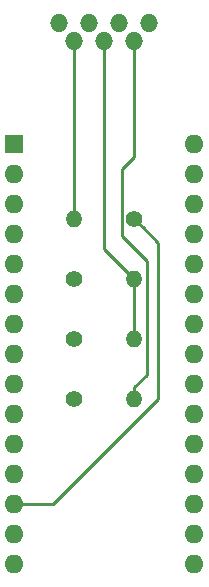
<source format=gbr>
G04 #@! TF.GenerationSoftware,KiCad,Pcbnew,(5.1.2)-1*
G04 #@! TF.CreationDate,2019-05-25T09:46:59-07:00*
G04 #@! TF.ProjectId,programmer,70726f67-7261-46d6-9d65-722e6b696361,rev?*
G04 #@! TF.SameCoordinates,Original*
G04 #@! TF.FileFunction,Copper,L1,Top*
G04 #@! TF.FilePolarity,Positive*
%FSLAX46Y46*%
G04 Gerber Fmt 4.6, Leading zero omitted, Abs format (unit mm)*
G04 Created by KiCad (PCBNEW (5.1.2)-1) date 2019-05-25 09:46:59*
%MOMM*%
%LPD*%
G04 APERTURE LIST*
%ADD10O,1.524000X1.524000*%
%ADD11O,1.600000X1.600000*%
%ADD12R,1.600000X1.600000*%
%ADD13O,1.400000X1.400000*%
%ADD14C,1.400000*%
%ADD15C,0.254000*%
G04 APERTURE END LIST*
D10*
X31750000Y-13893800D03*
X25400000Y-15443200D03*
X26670000Y-13893800D03*
X27940000Y-15443200D03*
X29210000Y-13893800D03*
X30480000Y-15443200D03*
D11*
X35560000Y-59690000D03*
X20320000Y-59690000D03*
X35560000Y-24130000D03*
X20320000Y-57150000D03*
X35560000Y-26670000D03*
X20320000Y-54610000D03*
X35560000Y-29210000D03*
X20320000Y-52070000D03*
X35560000Y-31750000D03*
X20320000Y-49530000D03*
X35560000Y-34290000D03*
X20320000Y-46990000D03*
X35560000Y-36830000D03*
X20320000Y-44450000D03*
X35560000Y-39370000D03*
X20320000Y-41910000D03*
X35560000Y-41910000D03*
X20320000Y-39370000D03*
X35560000Y-44450000D03*
X20320000Y-36830000D03*
X35560000Y-46990000D03*
X20320000Y-34290000D03*
X35560000Y-49530000D03*
X20320000Y-31750000D03*
X35560000Y-52070000D03*
X20320000Y-29210000D03*
X35560000Y-54610000D03*
X20320000Y-26670000D03*
X35560000Y-57150000D03*
D12*
X20320000Y-24130000D03*
D13*
X25400000Y-30480000D03*
D14*
X30480000Y-30480000D03*
X25400000Y-35560000D03*
D13*
X30480000Y-35560000D03*
X30480000Y-40640000D03*
D14*
X25400000Y-40640000D03*
X25400000Y-45720000D03*
D13*
X30480000Y-45720000D03*
D10*
X24130000Y-13893800D03*
D15*
X31179999Y-31179999D02*
X30480000Y-30480000D01*
X32512000Y-32512000D02*
X31179999Y-31179999D01*
X32512000Y-45720000D02*
X32512000Y-32512000D01*
X20320000Y-54610000D02*
X23622000Y-54610000D01*
X23622000Y-54610000D02*
X32512000Y-45720000D01*
X25400000Y-29490051D02*
X25400000Y-15240000D01*
X25400000Y-30480000D02*
X25400000Y-29490051D01*
X30480000Y-35560000D02*
X30480000Y-40640000D01*
X30480000Y-35560000D02*
X27940000Y-33020000D01*
X27940000Y-33020000D02*
X27940000Y-15240000D01*
X31510201Y-43699850D02*
X31510201Y-34050201D01*
X30480000Y-45720000D02*
X30480000Y-44730051D01*
X30480000Y-44730051D02*
X31510201Y-43699850D01*
X29449799Y-31989799D02*
X29449799Y-26303201D01*
X31510201Y-34050201D02*
X29449799Y-31989799D01*
X29449799Y-26303201D02*
X30480000Y-25273000D01*
X30480000Y-25273000D02*
X30480000Y-15240000D01*
M02*

</source>
